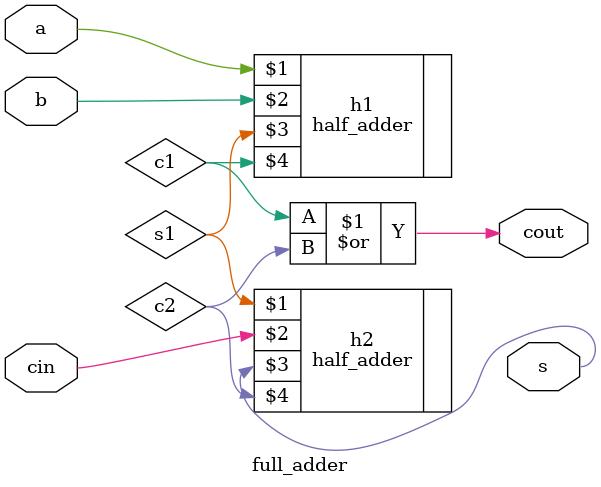
<source format=v>
`timescale 1ns / 1ps
	module full_adder(
		 input a,
		 input b,
		 input cin,
		 output cout,
		 output s
		 );
		
		wire s1,c1,c2;
		
		half_adder h1(a,b,s1,c1);
		half_adder h2(s1,cin,s,c2);
		or OG1(cout,c1,c2);
	endmodule

</source>
